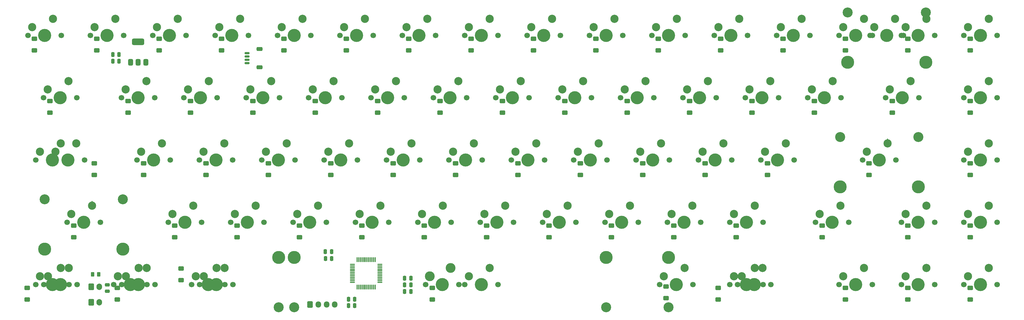
<source format=gbr>
%TF.GenerationSoftware,KiCad,Pcbnew,8.99.0-2641-g1a24c99a2a*%
%TF.CreationDate,2024-10-13T14:08:58+07:00*%
%TF.ProjectId,think65v3,7468696e-6b36-4357-9633-2e6b69636164,rev?*%
%TF.SameCoordinates,Original*%
%TF.FileFunction,Soldermask,Bot*%
%TF.FilePolarity,Negative*%
%FSLAX46Y46*%
G04 Gerber Fmt 4.6, Leading zero omitted, Abs format (unit mm)*
G04 Created by KiCad (PCBNEW 8.99.0-2641-g1a24c99a2a) date 2024-10-13 14:08:58*
%MOMM*%
%LPD*%
G01*
G04 APERTURE LIST*
G04 Aperture macros list*
%AMRoundRect*
0 Rectangle with rounded corners*
0 $1 Rounding radius*
0 $2 $3 $4 $5 $6 $7 $8 $9 X,Y pos of 4 corners*
0 Add a 4 corners polygon primitive as box body*
4,1,4,$2,$3,$4,$5,$6,$7,$8,$9,$2,$3,0*
0 Add four circle primitives for the rounded corners*
1,1,$1+$1,$2,$3*
1,1,$1+$1,$4,$5*
1,1,$1+$1,$6,$7*
1,1,$1+$1,$8,$9*
0 Add four rect primitives between the rounded corners*
20,1,$1+$1,$2,$3,$4,$5,0*
20,1,$1+$1,$4,$5,$6,$7,0*
20,1,$1+$1,$6,$7,$8,$9,0*
20,1,$1+$1,$8,$9,$2,$3,0*%
G04 Aperture macros list end*
%ADD10C,1.700000*%
%ADD11C,2.500000*%
%ADD12C,4.000000*%
%ADD13RoundRect,0.250000X-0.600000X-0.725000X0.600000X-0.725000X0.600000X0.725000X-0.600000X0.725000X0*%
%ADD14O,1.700000X1.950000*%
%ADD15RoundRect,0.250000X-0.600000X-0.750000X0.600000X-0.750000X0.600000X0.750000X-0.600000X0.750000X0*%
%ADD16O,1.700000X2.000000*%
%ADD17C,3.987800*%
%ADD18C,3.048000*%
%ADD19C,0.400000*%
%ADD20C,3.000000*%
%ADD21RoundRect,0.250000X0.600000X-0.400000X0.600000X0.400000X-0.600000X0.400000X-0.600000X-0.400000X0*%
%ADD22RoundRect,0.075000X0.662500X0.075000X-0.662500X0.075000X-0.662500X-0.075000X0.662500X-0.075000X0*%
%ADD23RoundRect,0.075000X0.075000X0.662500X-0.075000X0.662500X-0.075000X-0.662500X0.075000X-0.662500X0*%
%ADD24RoundRect,0.250000X-0.250000X-0.475000X0.250000X-0.475000X0.250000X0.475000X-0.250000X0.475000X0*%
%ADD25RoundRect,0.375000X0.375000X-0.625000X0.375000X0.625000X-0.375000X0.625000X-0.375000X-0.625000X0*%
%ADD26RoundRect,0.500000X1.400000X-0.500000X1.400000X0.500000X-1.400000X0.500000X-1.400000X-0.500000X0*%
%ADD27RoundRect,0.150000X-0.625000X0.150000X-0.625000X-0.150000X0.625000X-0.150000X0.625000X0.150000X0*%
%ADD28RoundRect,0.250000X-0.650000X0.350000X-0.650000X-0.350000X0.650000X-0.350000X0.650000X0.350000X0*%
%ADD29RoundRect,0.250000X0.250000X0.475000X-0.250000X0.475000X-0.250000X-0.475000X0.250000X-0.475000X0*%
%ADD30RoundRect,0.250000X-0.475000X0.250000X-0.475000X-0.250000X0.475000X-0.250000X0.475000X0.250000X0*%
%ADD31RoundRect,0.250000X0.262500X0.450000X-0.262500X0.450000X-0.262500X-0.450000X0.262500X-0.450000X0*%
G04 APERTURE END LIST*
D10*
%TO.C,SW101*%
X177548907Y-87644682D03*
D11*
X178818907Y-85094682D03*
D12*
X182628907Y-87644682D03*
D11*
X185168907Y-82564682D03*
D10*
X187708907Y-87644682D03*
%TD*%
%TO.C,SW88*%
X210878907Y-87637182D03*
D11*
X212148907Y-85087182D03*
D12*
X215958907Y-87637182D03*
D11*
X218498907Y-82557182D03*
D10*
X221038907Y-87637182D03*
%TD*%
%TO.C,SW34*%
X29903907Y-30487182D03*
D11*
X31173907Y-27937182D03*
D12*
X34983907Y-30487182D03*
D11*
X37523907Y-25407182D03*
D10*
X40063907Y-30487182D03*
%TD*%
%TO.C,SW27*%
X172778907Y-11437182D03*
D11*
X174048907Y-8887182D03*
D12*
X177858907Y-11437182D03*
D11*
X180398907Y-6357182D03*
D10*
X182938907Y-11437182D03*
%TD*%
%TO.C,SW65*%
X63241407Y-68587182D03*
D11*
X64511407Y-66037182D03*
D12*
X68321407Y-68587182D03*
D11*
X70861407Y-63507182D03*
D10*
X73401407Y-68587182D03*
%TD*%
%TO.C,SW33*%
X10853907Y-30487182D03*
D11*
X12123907Y-27937182D03*
D12*
X15933907Y-30487182D03*
D11*
X18473907Y-25407182D03*
D10*
X21013907Y-30487182D03*
%TD*%
%TO.C,SW44*%
X225166907Y-30487182D03*
D11*
X226436907Y-27937182D03*
D12*
X230246907Y-30487182D03*
D11*
X232786907Y-25407182D03*
D10*
X235326907Y-30487182D03*
%TD*%
%TO.C,SW90*%
X248978907Y-87637182D03*
D11*
X250248907Y-85087182D03*
D12*
X254058907Y-87637182D03*
D11*
X256598907Y-82557182D03*
D10*
X259138907Y-87637182D03*
%TD*%
%TO.C,SW32*%
X-8196093Y-30487182D03*
D11*
X-6926093Y-27937182D03*
D12*
X-3116093Y-30487182D03*
D11*
X-576093Y-25407182D03*
D10*
X1963907Y-30487182D03*
%TD*%
%TO.C,SW46*%
X-29627093Y-49537182D03*
D11*
X-28357093Y-46987182D03*
D12*
X-24547093Y-49537182D03*
D11*
X-22007093Y-44457182D03*
D10*
X-19467093Y-49537182D03*
%TD*%
%TO.C,SW23*%
X96578907Y-11437182D03*
D11*
X97848907Y-8887182D03*
D12*
X101658907Y-11437182D03*
D11*
X104198907Y-6357182D03*
D10*
X106738907Y-11437182D03*
%TD*%
D13*
%TO.C,J1*%
X49400000Y-93700000D03*
D14*
X51900000Y-93700000D03*
X54400000Y-93700000D03*
X56900000Y-93700000D03*
%TD*%
D10*
%TO.C,SW48*%
X15616407Y-49537182D03*
D11*
X16886407Y-46987182D03*
D12*
X20696407Y-49537182D03*
D11*
X23236407Y-44457182D03*
D10*
X25776407Y-49537182D03*
%TD*%
%TO.C,SW49*%
X34666407Y-49537182D03*
D11*
X35936407Y-46987182D03*
D12*
X39746407Y-49537182D03*
D11*
X42286407Y-44457182D03*
D10*
X44826407Y-49537182D03*
%TD*%
%TO.C,SW18*%
X1328907Y-11437182D03*
D11*
X2598907Y-8887182D03*
D12*
X6408907Y-11437182D03*
D11*
X8948907Y-6357182D03*
D10*
X11488907Y-11437182D03*
%TD*%
%TO.C,SW52*%
X91816407Y-49537182D03*
D11*
X93086407Y-46987182D03*
D12*
X96896407Y-49537182D03*
D11*
X99436407Y-44457182D03*
D10*
X101976407Y-49537182D03*
%TD*%
%TO.C,SW35*%
X48953907Y-30487182D03*
D11*
X50223907Y-27937182D03*
D12*
X54033907Y-30487182D03*
D11*
X56573907Y-25407182D03*
D10*
X59113907Y-30487182D03*
%TD*%
%TO.C,SW78*%
X13234907Y-87637182D03*
D11*
X14504907Y-85087182D03*
D12*
X18314907Y-87637182D03*
D11*
X20854907Y-82557182D03*
D10*
X23394907Y-87637182D03*
%TD*%
%TO.C,SW97*%
X-8161093Y-87639682D03*
D11*
X-6891093Y-85089682D03*
D12*
X-3081093Y-87639682D03*
D11*
X-541093Y-82559682D03*
D10*
X1998907Y-87639682D03*
%TD*%
%TO.C,SW70*%
X158491407Y-68587182D03*
D11*
X159761407Y-66037182D03*
D12*
X163571407Y-68587182D03*
D11*
X166111407Y-63507182D03*
D10*
X168651407Y-68587182D03*
%TD*%
%TO.C,SW31*%
X-32008093Y-30487182D03*
D11*
X-30738093Y-27937182D03*
D12*
X-26928093Y-30487182D03*
D11*
X-24388093Y-25407182D03*
D10*
X-21848093Y-30487182D03*
%TD*%
%TO.C,SW20*%
X39428907Y-11437182D03*
D11*
X40698907Y-8887182D03*
D12*
X44508907Y-11437182D03*
D11*
X47048907Y-6357182D03*
D10*
X49588907Y-11437182D03*
%TD*%
%TO.C,SW54*%
X129916407Y-49537182D03*
D11*
X131186407Y-46987182D03*
D12*
X134996407Y-49537182D03*
D11*
X137536407Y-44457182D03*
D10*
X140076407Y-49537182D03*
%TD*%
D15*
%TO.C,SWb\u00F4trst1*%
X-17450000Y-93100000D03*
D16*
X-14950000Y-93100000D03*
%TD*%
D10*
%TO.C,SW86*%
X179922407Y-87637182D03*
D11*
X181192407Y-85087182D03*
D12*
X185002407Y-87637182D03*
D11*
X187542407Y-82557182D03*
D10*
X190082407Y-87637182D03*
%TD*%
%TO.C,SW26*%
X153728907Y-11437182D03*
D11*
X154998907Y-8887182D03*
D12*
X158808907Y-11437182D03*
D11*
X161348907Y-6357182D03*
D10*
X163888907Y-11437182D03*
%TD*%
%TO.C,SW73*%
X229928907Y-68587182D03*
D11*
X231198907Y-66037182D03*
D12*
X235008907Y-68587182D03*
D11*
X237548907Y-63507182D03*
D10*
X240088907Y-68587182D03*
%TD*%
%TO.C,SW66*%
X82291407Y-68587182D03*
D11*
X83561407Y-66037182D03*
D12*
X87371407Y-68587182D03*
D11*
X89911407Y-63507182D03*
D10*
X92451407Y-68587182D03*
%TD*%
%TO.C,SW19*%
X20378907Y-11437182D03*
D11*
X21648907Y-8887182D03*
D12*
X25458907Y-11437182D03*
D11*
X27998907Y-6357182D03*
D10*
X30538907Y-11437182D03*
%TD*%
%TO.C,SW50*%
X53716407Y-49537182D03*
D11*
X54986407Y-46987182D03*
D12*
X58796407Y-49537182D03*
D11*
X61336407Y-44457182D03*
D10*
X63876407Y-49537182D03*
%TD*%
%TO.C,SW67*%
X101341407Y-68587182D03*
D11*
X102611407Y-66037182D03*
D12*
X106421407Y-68587182D03*
D11*
X108961407Y-63507182D03*
D10*
X111501407Y-68587182D03*
%TD*%
D17*
%TO.C,SW99*%
X44518907Y-79384682D03*
D18*
X44518907Y-94624682D03*
D10*
X96588907Y-87639682D03*
D11*
X97858907Y-85089682D03*
D12*
X101668907Y-87639682D03*
D11*
X104208907Y-82559682D03*
D10*
X106748907Y-87639682D03*
D17*
X158818907Y-79384682D03*
D18*
X158818907Y-94624682D03*
%TD*%
D10*
%TO.C,SW57*%
X187066407Y-49537182D03*
D11*
X188336407Y-46987182D03*
D12*
X192146407Y-49537182D03*
D11*
X194686407Y-44457182D03*
D10*
X197226407Y-49537182D03*
%TD*%
%TO.C,SW41*%
X163253907Y-30487182D03*
D11*
X164523907Y-27937182D03*
D12*
X168333907Y-30487182D03*
D11*
X170873907Y-25407182D03*
D10*
X173413907Y-30487182D03*
%TD*%
%TO.C,SW51*%
X72766407Y-49537182D03*
D11*
X74036407Y-46987182D03*
D12*
X77846407Y-49537182D03*
D11*
X80386407Y-44457182D03*
D10*
X82926407Y-49537182D03*
%TD*%
D17*
%TO.C,SW82*%
X39752507Y-79382182D03*
D18*
X39752507Y-94622182D03*
D10*
X84672407Y-87637182D03*
D12*
X89752407Y-87637182D03*
D10*
X94832407Y-87637182D03*
D17*
X139752307Y-79382182D03*
D18*
X139752307Y-94622182D03*
D19*
X84692407Y-85087182D03*
X85932407Y-86347182D03*
X85942407Y-83847182D03*
D20*
X85942407Y-85097182D03*
D19*
X87192407Y-85097182D03*
X91042407Y-82557182D03*
X92292407Y-81297182D03*
D20*
X92292407Y-82557182D03*
D19*
X92292407Y-83797182D03*
X93532407Y-82547182D03*
%TD*%
D10*
%TO.C,SW25*%
X134678907Y-11437182D03*
D11*
X135948907Y-8887182D03*
D12*
X139758907Y-11437182D03*
D11*
X142298907Y-6357182D03*
D10*
X144838907Y-11437182D03*
%TD*%
%TO.C,SW28*%
X191828907Y-11437182D03*
D11*
X193098907Y-8887182D03*
D12*
X196908907Y-11437182D03*
D11*
X199448907Y-6357182D03*
D10*
X201988907Y-11437182D03*
%TD*%
%TO.C,SW72*%
X203735407Y-68587182D03*
D11*
X205005407Y-66037182D03*
D12*
X208815407Y-68587182D03*
D11*
X211355407Y-63507182D03*
D10*
X213895407Y-68587182D03*
%TD*%
%TO.C,SW89*%
X229928907Y-87637182D03*
D11*
X231198907Y-85087182D03*
D12*
X235008907Y-87637182D03*
D11*
X237548907Y-82557182D03*
D10*
X240088907Y-87637182D03*
%TD*%
%TO.C,SW38*%
X106103907Y-30487182D03*
D11*
X107373907Y-27937182D03*
D12*
X111183907Y-30487182D03*
D11*
X113723907Y-25407182D03*
D10*
X116263907Y-30487182D03*
%TD*%
%TO.C,SW16*%
X-36771093Y-11437182D03*
D11*
X-35501093Y-8887182D03*
D12*
X-31691093Y-11437182D03*
D11*
X-29151093Y-6357182D03*
D10*
X-26611093Y-11437182D03*
%TD*%
%TO.C,SW40*%
X144203907Y-30487182D03*
D11*
X145473907Y-27937182D03*
D12*
X149283907Y-30487182D03*
D11*
X151823907Y-25407182D03*
D10*
X154363907Y-30487182D03*
%TD*%
%TO.C,SW60*%
X248978907Y-49537182D03*
D11*
X250248907Y-46987182D03*
D12*
X254058907Y-49537182D03*
D11*
X256598907Y-44457182D03*
D10*
X259138907Y-49537182D03*
%TD*%
%TO.C,SW55*%
X148966407Y-49537182D03*
D11*
X150236407Y-46987182D03*
D12*
X154046407Y-49537182D03*
D11*
X156586407Y-44457182D03*
D10*
X159126407Y-49537182D03*
%TD*%
%TO.C,SW76*%
X-34390093Y-87637182D03*
D11*
X-33120093Y-85087182D03*
D12*
X-29310093Y-87637182D03*
D11*
X-26770093Y-82557182D03*
D10*
X-24230093Y-87637182D03*
%TD*%
%TO.C,SW96*%
X-31961093Y-87644682D03*
D11*
X-30691093Y-85094682D03*
D12*
X-26881093Y-87644682D03*
D11*
X-24341093Y-82564682D03*
D10*
X-21801093Y-87644682D03*
%TD*%
%TO.C,SW75*%
X248978907Y-68587182D03*
D11*
X250248907Y-66037182D03*
D12*
X254058907Y-68587182D03*
D11*
X256598907Y-63507182D03*
D10*
X259138907Y-68587182D03*
%TD*%
%TO.C,SW71*%
X177541407Y-68587182D03*
D11*
X178811407Y-66037182D03*
D12*
X182621407Y-68587182D03*
D11*
X185161407Y-63507182D03*
D10*
X187701407Y-68587182D03*
%TD*%
%TO.C,SW87*%
X229928907Y-11437182D03*
D11*
X231198907Y-8887182D03*
D12*
X235008907Y-11437182D03*
D11*
X237548907Y-6357182D03*
D10*
X240088907Y-11437182D03*
%TD*%
%TO.C,SW98*%
X15628907Y-87654682D03*
D11*
X16898907Y-85104682D03*
D12*
X20708907Y-87654682D03*
D11*
X23248907Y-82574682D03*
D10*
X25788907Y-87654682D03*
%TD*%
%TO.C,SW47*%
X-3433593Y-49537182D03*
D11*
X-2163593Y-46987182D03*
D12*
X1646407Y-49537182D03*
D11*
X4186407Y-44457182D03*
D10*
X6726407Y-49537182D03*
%TD*%
%TO.C,SW37*%
X87053907Y-30487182D03*
D11*
X88323907Y-27937182D03*
D12*
X92133907Y-30487182D03*
D11*
X94673907Y-25407182D03*
D10*
X97213907Y-30487182D03*
%TD*%
%TO.C,SW56*%
X168016407Y-49537182D03*
D11*
X169286407Y-46987182D03*
D12*
X173096407Y-49537182D03*
D11*
X175636407Y-44457182D03*
D10*
X178176407Y-49537182D03*
%TD*%
%TO.C,SW21*%
X58478907Y-11437182D03*
D11*
X59748907Y-8887182D03*
D12*
X63558907Y-11437182D03*
D11*
X66098907Y-6357182D03*
D10*
X68638907Y-11437182D03*
%TD*%
%TO.C,SW39*%
X125153907Y-30487182D03*
D11*
X126423907Y-27937182D03*
D12*
X130233907Y-30487182D03*
D11*
X132773907Y-25407182D03*
D10*
X135313907Y-30487182D03*
%TD*%
D18*
%TO.C,SW61*%
X-31648493Y-61602182D03*
D17*
X-31648493Y-76842182D03*
D10*
X-24790493Y-68587182D03*
D11*
X-23520493Y-66037182D03*
D12*
X-19710493Y-68587182D03*
D11*
X-17170493Y-63507182D03*
D10*
X-14630493Y-68587182D03*
D18*
X-7772493Y-61602182D03*
D17*
X-7772493Y-76842182D03*
D19*
X-17170493Y-62247182D03*
%TD*%
D10*
%TO.C,SW45*%
X248978907Y-30487182D03*
D11*
X250248907Y-27937182D03*
D12*
X254058907Y-30487182D03*
D11*
X256598907Y-25407182D03*
D10*
X259138907Y-30487182D03*
%TD*%
%TO.C,SW53*%
X110866407Y-49537182D03*
D11*
X112136407Y-46987182D03*
D12*
X115946407Y-49537182D03*
D11*
X118486407Y-44457182D03*
D10*
X121026407Y-49537182D03*
%TD*%
%TO.C,SW69*%
X139441407Y-68587182D03*
D11*
X140711407Y-66037182D03*
D12*
X144521407Y-68587182D03*
D11*
X147061407Y-63507182D03*
D10*
X149601407Y-68587182D03*
%TD*%
%TO.C,SW22*%
X77528907Y-11437182D03*
D11*
X78798907Y-8887182D03*
D12*
X82608907Y-11437182D03*
D11*
X85148907Y-6357182D03*
D10*
X87688907Y-11437182D03*
%TD*%
%TO.C,SW30*%
X248978907Y-11437182D03*
D11*
X250248907Y-8887182D03*
D12*
X254058907Y-11437182D03*
D11*
X256598907Y-6357182D03*
D10*
X259138907Y-11437182D03*
%TD*%
%TO.C,SW68*%
X120391407Y-68587182D03*
D11*
X121661407Y-66037182D03*
D12*
X125471407Y-68587182D03*
D11*
X128011407Y-63507182D03*
D10*
X130551407Y-68587182D03*
%TD*%
D15*
%TO.C,SWb\u00F4t1*%
X-17450000Y-88300000D03*
D16*
X-14950000Y-88300000D03*
%TD*%
D10*
%TO.C,SW17*%
X-17721093Y-11437182D03*
D11*
X-16451093Y-8887182D03*
D12*
X-12641093Y-11437182D03*
D11*
X-10101093Y-6357182D03*
D10*
X-7561093Y-11437182D03*
%TD*%
%TO.C,SW100*%
X-34390093Y-49537182D03*
D11*
X-33120093Y-46987182D03*
D12*
X-29310093Y-49537182D03*
D11*
X-26770093Y-44457182D03*
D10*
X-24230093Y-49537182D03*
%TD*%
%TO.C,SW43*%
X201353907Y-30487182D03*
D11*
X202623907Y-27937182D03*
D12*
X206433907Y-30487182D03*
D11*
X208973907Y-25407182D03*
D10*
X211513907Y-30487182D03*
%TD*%
D18*
%TO.C,SW58*%
X211239007Y-42552182D03*
D17*
X211239007Y-57792182D03*
D10*
X218097007Y-49537182D03*
D11*
X219367007Y-46987182D03*
D12*
X223177007Y-49537182D03*
D11*
X225717007Y-44457182D03*
D10*
X228257007Y-49537182D03*
D18*
X235115007Y-42552182D03*
D17*
X235115007Y-57792182D03*
D19*
X225717007Y-43197182D03*
%TD*%
D10*
%TO.C,SW64*%
X44191407Y-68587182D03*
D11*
X45461407Y-66037182D03*
D12*
X49271407Y-68587182D03*
D11*
X51811407Y-63507182D03*
D10*
X54351407Y-68587182D03*
%TD*%
%TO.C,SW63*%
X25141407Y-68587182D03*
D11*
X26411407Y-66037182D03*
D12*
X30221407Y-68587182D03*
D11*
X32761407Y-63507182D03*
D10*
X35301407Y-68587182D03*
%TD*%
%TO.C,SW77*%
X-10577593Y-87637182D03*
D11*
X-9307593Y-85087182D03*
D12*
X-5497593Y-87637182D03*
D11*
X-2957593Y-82557182D03*
D10*
X-417593Y-87637182D03*
%TD*%
%TO.C,SW36*%
X68003907Y-30487182D03*
D11*
X69273907Y-27937182D03*
D12*
X73083907Y-30487182D03*
D11*
X75623907Y-25407182D03*
D10*
X78163907Y-30487182D03*
%TD*%
D18*
%TO.C,SW1001*%
X213545907Y-4452182D03*
D17*
X213545907Y-19692182D03*
D10*
X220403907Y-11437182D03*
D11*
X221673907Y-8887182D03*
D12*
X225483907Y-11437182D03*
D11*
X228023907Y-6357182D03*
D10*
X230563907Y-11437182D03*
D18*
X237421907Y-4452182D03*
D17*
X237421907Y-19692182D03*
%TD*%
D10*
%TO.C,SW24*%
X115628907Y-11437182D03*
D11*
X116898907Y-8887182D03*
D12*
X120708907Y-11437182D03*
D11*
X123248907Y-6357182D03*
D10*
X125788907Y-11437182D03*
%TD*%
%TO.C,SW29*%
X210878907Y-11437182D03*
D11*
X212148907Y-8887182D03*
D12*
X215958907Y-11437182D03*
D11*
X218498907Y-6357182D03*
D10*
X221038907Y-11437182D03*
%TD*%
%TO.C,SW85*%
X156109907Y-87637182D03*
D11*
X157379907Y-85087182D03*
D12*
X161189907Y-87637182D03*
D11*
X163729907Y-82557182D03*
D10*
X166269907Y-87637182D03*
%TD*%
%TO.C,SW62*%
X6091407Y-68587182D03*
D11*
X7361407Y-66037182D03*
D12*
X11171407Y-68587182D03*
D11*
X13711407Y-63507182D03*
D10*
X16251407Y-68587182D03*
%TD*%
%TO.C,SW42*%
X182303907Y-30487182D03*
D11*
X183573907Y-27937182D03*
D12*
X187383907Y-30487182D03*
D11*
X189923907Y-25407182D03*
D10*
X192463907Y-30487182D03*
%TD*%
D21*
%TO.C,D90*%
X250972236Y-92200438D03*
X250972236Y-88700438D03*
%TD*%
%TO.C,D60*%
X250972236Y-54100438D03*
X250972236Y-50600438D03*
%TD*%
%TO.C,D49*%
X36659736Y-54100438D03*
X36659736Y-50600438D03*
%TD*%
D22*
%TO.C,U3*%
X70662500Y-81450000D03*
X70662500Y-81950000D03*
X70662500Y-82450000D03*
X70662500Y-82950000D03*
X70662500Y-83450000D03*
X70662500Y-83950000D03*
X70662500Y-84450000D03*
X70662500Y-84950000D03*
X70662500Y-85450000D03*
X70662500Y-85950000D03*
X70662500Y-86450000D03*
X70662500Y-86950000D03*
D23*
X69250000Y-88362500D03*
X68750000Y-88362500D03*
X68250000Y-88362500D03*
X67750000Y-88362500D03*
X67250000Y-88362500D03*
X66750000Y-88362500D03*
X66250000Y-88362500D03*
X65750000Y-88362500D03*
X65250000Y-88362500D03*
X64750000Y-88362500D03*
X64250000Y-88362500D03*
X63750000Y-88362500D03*
D22*
X62337500Y-86950000D03*
X62337500Y-86450000D03*
X62337500Y-85950000D03*
X62337500Y-85450000D03*
X62337500Y-84950000D03*
X62337500Y-84450000D03*
X62337500Y-83950000D03*
X62337500Y-83450000D03*
X62337500Y-82950000D03*
X62337500Y-82450000D03*
X62337500Y-81950000D03*
X62337500Y-81450000D03*
D23*
X63750000Y-80037500D03*
X64250000Y-80037500D03*
X64750000Y-80037500D03*
X65250000Y-80037500D03*
X65750000Y-80037500D03*
X66250000Y-80037500D03*
X66750000Y-80037500D03*
X67250000Y-80037500D03*
X67750000Y-80037500D03*
X68250000Y-80037500D03*
X68750000Y-80037500D03*
X69250000Y-80037500D03*
%TD*%
D21*
%TO.C,D72*%
X205728736Y-73150438D03*
X205728736Y-69650438D03*
%TD*%
%TO.C,D73*%
X231922236Y-73150438D03*
X231922236Y-69650438D03*
%TD*%
%TO.C,D43*%
X203347236Y-35050438D03*
X203347236Y-31550438D03*
%TD*%
%TO.C,D53*%
X112859736Y-54100438D03*
X112859736Y-50600438D03*
%TD*%
D24*
%TO.C,C9*%
X54050000Y-77603250D03*
X55950000Y-77603250D03*
%TD*%
D21*
%TO.C,D77*%
X-9500000Y-92200438D03*
X-9500000Y-88700438D03*
%TD*%
%TO.C,D64*%
X46184736Y-73150438D03*
X46184736Y-69650438D03*
%TD*%
%TO.C,D47*%
X-1440264Y-54100438D03*
X-1440264Y-50600438D03*
%TD*%
%TO.C,D34*%
X31897236Y-35050438D03*
X31897236Y-31550438D03*
%TD*%
%TO.C,D89*%
X231922236Y-92200438D03*
X231922236Y-88700438D03*
%TD*%
D25*
%TO.C,U7*%
X-800000Y-19650000D03*
X-3100000Y-19650000D03*
D26*
X-3100000Y-13350000D03*
D25*
X-5400000Y-19650000D03*
%TD*%
D21*
%TO.C,D66*%
X84284736Y-73150438D03*
X84284736Y-69650438D03*
%TD*%
%TO.C,D35*%
X50947236Y-35050438D03*
X50947236Y-31550438D03*
%TD*%
%TO.C,D38*%
X108097236Y-35050438D03*
X108097236Y-31550438D03*
%TD*%
D24*
%TO.C,C3*%
X-10850000Y-17300000D03*
X-8950000Y-17300000D03*
%TD*%
D27*
%TO.C,J5*%
X30100000Y-16900000D03*
X30100000Y-17900000D03*
X30100000Y-18900000D03*
X30100000Y-19900000D03*
D28*
X33975000Y-15600000D03*
X33975000Y-21200000D03*
%TD*%
D29*
%TO.C,C6*%
X63000000Y-92090000D03*
X61100000Y-92090000D03*
%TD*%
D21*
%TO.C,D51*%
X74759736Y-54100438D03*
X74759736Y-50600438D03*
%TD*%
%TO.C,D20*%
X41422236Y-16000438D03*
X41422236Y-12500438D03*
%TD*%
%TO.C,D52*%
X93809736Y-54100438D03*
X93809736Y-50600438D03*
%TD*%
%TO.C,D42*%
X184297236Y-35050438D03*
X184297236Y-31550438D03*
%TD*%
D30*
%TO.C,C1*%
X-12500000Y-87750000D03*
X-12500000Y-89650000D03*
%TD*%
D21*
%TO.C,D31*%
X-30014764Y-35050438D03*
X-30014764Y-31550438D03*
%TD*%
%TO.C,D28*%
X193822236Y-16000438D03*
X193822236Y-12500438D03*
%TD*%
%TO.C,D70*%
X160484736Y-73150438D03*
X160484736Y-69650438D03*
%TD*%
%TO.C,D88*%
X212872236Y-92200438D03*
X212872236Y-88700438D03*
%TD*%
%TO.C,D46*%
X-16500000Y-54100438D03*
X-16500000Y-50600438D03*
%TD*%
%TO.C,D39*%
X127147236Y-35050438D03*
X127147236Y-31550438D03*
%TD*%
%TO.C,D62*%
X8084736Y-73150438D03*
X8084736Y-69650438D03*
%TD*%
%TO.C,D17*%
X-15727764Y-16000438D03*
X-15727764Y-12500438D03*
%TD*%
%TO.C,D71*%
X179534736Y-73150438D03*
X179534736Y-69650438D03*
%TD*%
%TO.C,D23*%
X98572236Y-16000438D03*
X98572236Y-12500438D03*
%TD*%
%TO.C,D50*%
X55709736Y-54100438D03*
X55709736Y-50600438D03*
%TD*%
%TO.C,D65*%
X65234736Y-73150438D03*
X65234736Y-69650438D03*
%TD*%
%TO.C,D27*%
X174772236Y-16000438D03*
X174772236Y-12500438D03*
%TD*%
%TO.C,D75*%
X250972236Y-73150438D03*
X250972236Y-69650438D03*
%TD*%
%TO.C,D82*%
X86665736Y-92200438D03*
X86665736Y-88700438D03*
%TD*%
D29*
%TO.C,C10*%
X80150000Y-89800000D03*
X78250000Y-89800000D03*
%TD*%
D21*
%TO.C,D41*%
X165247236Y-35050438D03*
X165247236Y-31550438D03*
%TD*%
D24*
%TO.C,C8*%
X54100000Y-79723250D03*
X56000000Y-79723250D03*
%TD*%
D21*
%TO.C,D25*%
X136672236Y-16000438D03*
X136672236Y-12500438D03*
%TD*%
%TO.C,D21*%
X60472236Y-16000438D03*
X60472236Y-12500438D03*
%TD*%
%TO.C,D54*%
X131909736Y-54100438D03*
X131909736Y-50600438D03*
%TD*%
%TO.C,D16*%
X-34777764Y-16000438D03*
X-34777764Y-12500438D03*
%TD*%
D29*
%TO.C,C5*%
X80150000Y-87700000D03*
X78250000Y-87700000D03*
%TD*%
D21*
%TO.C,D40*%
X146197236Y-35050438D03*
X146197236Y-31550438D03*
%TD*%
%TO.C,D19*%
X22372236Y-16000438D03*
X22372236Y-12500438D03*
%TD*%
%TO.C,D22*%
X79522236Y-16000438D03*
X79522236Y-12500438D03*
%TD*%
%TO.C,D26*%
X155722236Y-16000438D03*
X155722236Y-12500438D03*
%TD*%
%TO.C,D24*%
X117622236Y-16000438D03*
X117622236Y-12500438D03*
%TD*%
%TO.C,D85*%
X158103236Y-91750000D03*
X158103236Y-88250000D03*
%TD*%
%TO.C,D55*%
X150959736Y-54100438D03*
X150959736Y-50600438D03*
%TD*%
%TO.C,D30*%
X250972236Y-16000438D03*
X250972236Y-12500438D03*
%TD*%
%TO.C,D33*%
X12847236Y-35050438D03*
X12847236Y-31550438D03*
%TD*%
%TO.C,D63*%
X27134736Y-73150438D03*
X27134736Y-69650438D03*
%TD*%
%TO.C,D76*%
X-37000000Y-92200438D03*
X-37000000Y-88700438D03*
%TD*%
%TO.C,D18*%
X3322236Y-16000438D03*
X3322236Y-12500438D03*
%TD*%
%TO.C,D58*%
X220090336Y-54100438D03*
X220090336Y-50600438D03*
%TD*%
D29*
%TO.C,C4*%
X80150000Y-85670000D03*
X78250000Y-85670000D03*
%TD*%
D21*
%TO.C,D57*%
X189059736Y-54100438D03*
X189059736Y-50600438D03*
%TD*%
%TO.C,D78*%
X10000000Y-86250000D03*
X10000000Y-82750000D03*
%TD*%
%TO.C,D29*%
X212872236Y-16000438D03*
X212872236Y-12500438D03*
%TD*%
%TO.C,D36*%
X69997236Y-35050438D03*
X69997236Y-31550438D03*
%TD*%
%TO.C,D69*%
X141434736Y-73150438D03*
X141434736Y-69650438D03*
%TD*%
D31*
%TO.C,R1*%
X-15187500Y-84500000D03*
X-17012500Y-84500000D03*
%TD*%
D21*
%TO.C,D44*%
X227160236Y-35050438D03*
X227160236Y-31550438D03*
%TD*%
%TO.C,D86*%
X174000000Y-92200438D03*
X174000000Y-88700438D03*
%TD*%
%TO.C,D68*%
X122384736Y-73150438D03*
X122384736Y-69650438D03*
%TD*%
%TO.C,D48*%
X17609736Y-54100438D03*
X17609736Y-50600438D03*
%TD*%
%TO.C,D32*%
X-6202764Y-35050438D03*
X-6202764Y-31550438D03*
%TD*%
%TO.C,D45*%
X250972236Y-35050438D03*
X250972236Y-31550438D03*
%TD*%
%TO.C,D61*%
X-22797164Y-73150438D03*
X-22797164Y-69650438D03*
%TD*%
%TO.C,D87*%
X231922236Y-16000438D03*
X231922236Y-12500438D03*
%TD*%
D29*
%TO.C,C7*%
X63000000Y-94100000D03*
X61100000Y-94100000D03*
%TD*%
D24*
%TO.C,C2*%
X-10850000Y-19310000D03*
X-8950000Y-19310000D03*
%TD*%
D21*
%TO.C,D67*%
X103334736Y-73150438D03*
X103334736Y-69650438D03*
%TD*%
%TO.C,D56*%
X170009736Y-54100438D03*
X170009736Y-50600438D03*
%TD*%
%TO.C,D37*%
X89047236Y-35050438D03*
X89047236Y-31550438D03*
%TD*%
M02*

</source>
